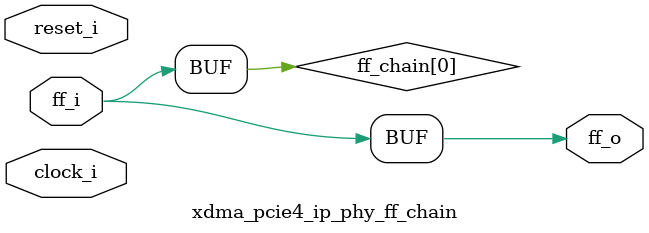
<source format=v>
/*****************************************************************************
** Description:
**    Flop Chain
**
******************************************************************************/

`timescale 1ps/1ps

`define AS_PHYREG(clk, reset, q, d, rstval)  \
   always @(posedge clk or posedge reset) begin \
      if (reset) \
         q  <= #(TCQ)   rstval;  \
      else  \
         q  <= #(TCQ)   d; \
   end

`define PHYREG(clk, reset, q, d, rstval)  \
   always @(posedge clk) begin \
      if (reset) \
         q  <= #(TCQ)   rstval;  \
      else  \
         q  <= #(TCQ)   d; \
   end

(* DowngradeIPIdentifiedWarnings = "yes" *)
module xdma_pcie4_ip_phy_ff_chain #(
   // Parameters
   parameter integer PIPELINE_STAGES   = 0,        // 0 = no pipeline; 1 = 1 stage; 2 = 2 stages; 3 = 3 stages
   parameter         ASYNC             = "FALSE",
   parameter integer FF_WIDTH          = 1,
   parameter integer RST_VAL           = 0,
   parameter integer TCQ               = 1
)  (   
   input  wire                         clock_i,          
   input  wire                         reset_i,           
   input  wire [FF_WIDTH-1:0]          ff_i,            
   output wire [FF_WIDTH-1:0]          ff_o        
   );

   genvar   var_i;

   reg   [FF_WIDTH-1:0]          ff_chain [PIPELINE_STAGES:0];

   always @(*) ff_chain[0] = ff_i;

generate
   if (PIPELINE_STAGES > 0) begin:  with_ff_chain
      for (var_i = 0; var_i < PIPELINE_STAGES; var_i = var_i + 1) begin: ff_chain_gen
         if (ASYNC == "TRUE") begin: async_rst
            `AS_PHYREG(clock_i, reset_i, ff_chain[var_i+1], ff_chain[var_i], RST_VAL)
         end else begin: sync_rst
            `PHYREG(clock_i, reset_i, ff_chain[var_i+1], ff_chain[var_i], RST_VAL)
         end
      end
   end
endgenerate

   assign ff_o = ff_chain[PIPELINE_STAGES];

endmodule

</source>
